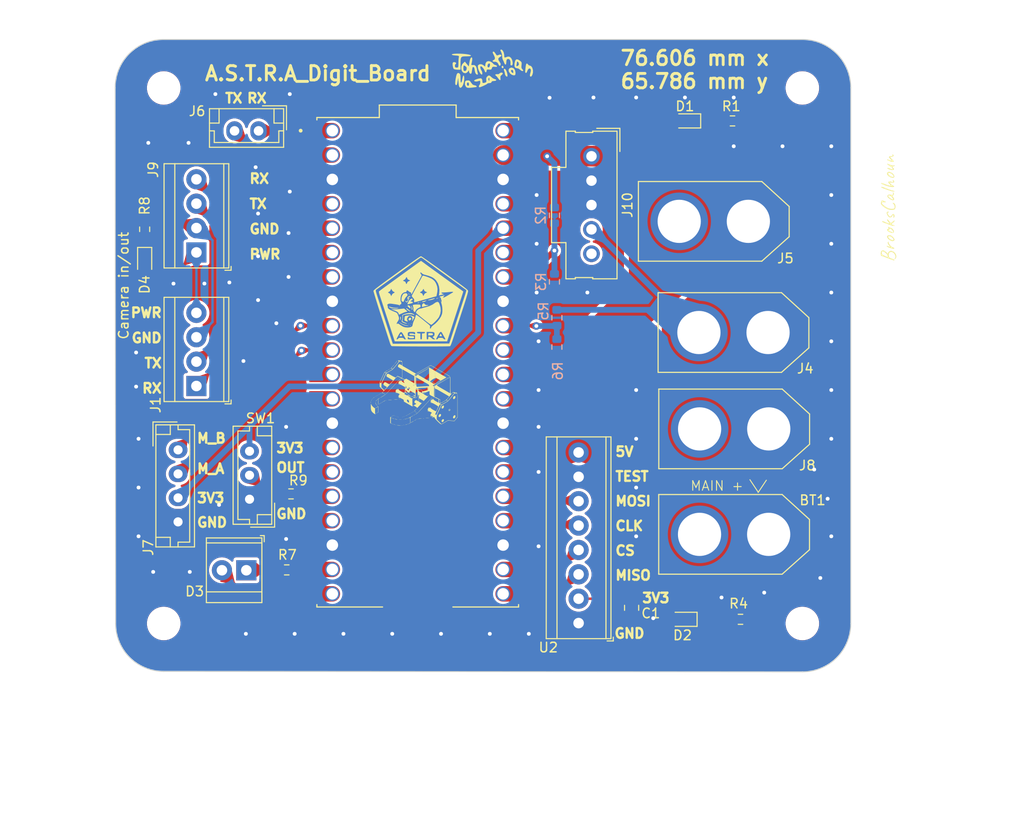
<source format=kicad_pcb>
(kicad_pcb (version 20221018) (generator pcbnew)
  (layers (0 "F.Cu" signal) (31 "B.Cu" signal) (34 "B.Paste" user) (35 "F.Paste" user) (36 "B.SilkS" user "B.Silkscreen") (37 "F.SilkS" user "F.Silkscreen") (38 "B.Mask" user) (39 "F.Mask" user) (44 "Edge.Cuts" user))
  (net 0 "")
  (net 1 "+BATT")
  (net 2 "GND")
  (net 3 "Net-(D1-K)")
  (net 4 "+5V")
  (net 5 "Net-(D2-K)")
  (net 6 "/ADC_5V")
  (net 7 "/ADC_BATT")
  (net 8 "/Slave_RXD")
  (net 9 "Net-(D3-K)")
  (net 10 "Net-(D4-K)")
  (net 11 "/Slave_TXD")
  (net 12 "/ExtraADC1")
  (net 13 "/Serial_PWR")
  (net 14 "/Mandible_chB")
  (net 15 "/Serial_GND")
  (net 16 "/Serial_TX")
  (net 17 "/Serial_RX")
  (net 18 "/b_en")
  (net 19 "/Mandible_chA")
  (net 20 "+3.3V")
  (net 21 "Net-(U2-VDD3V3)")
  (net 30 "/Mandible_MISO")
  (net 31 "/Mandible_CS")
  (net 32 "/Mandible_CLK")
  (net 33 "/Mandible_MOSI")
  (net 41 "unconnected-(U1-USB_SHIELD-PadA)")
  (net 52 "/Laser_GPIO15")
  (net 53 "Net-(U1-GP12)")
  (net 54 "/Switch_Signal")
  (footprint "TerminalBlock_TE-Connectivity:TerminalBlock_TE_282834-2_1x02_P2.54mm_Horizontal" (layer "F.Cu") (at 51.101329 90.25357 180)
    (fp_text reference "D3")
    (fp_text value "GuidanceLaser")
  )
  (footprint "LOGO" (layer "F.Cu") (at 68.5292 71.5772)
    (fp_text reference "G***" hide)
    (fp_text value "LOGO" hide)
  )
  (footprint "LED_SMD:LED_0603_1608Metric" (layer "F.Cu") (at 96.5534 95.3644 180)
    (fp_text reference "D2")
    (fp_text value "LED")
  )
  (footprint "LOGO" (layer "F.Cu") (at 117.729 53.086 90)
    (fp_text reference "G***" hide)
    (fp_text value "LOGO" hide)
  )
  (footprint "Capacitor_SMD:C_0805_2012Metric" (layer "F.Cu") (at 91.219421 94.165687 90)
    (fp_text reference "C1")
    (fp_text value "1uF")
  )
  (footprint "TerminalBlock_TE-Connectivity:TerminalBlock_TE_282834-8_1x08_P2.54mm_Horizontal" (layer "F.Cu") (at 85.7006 95.758 90)
    (fp_text reference "U2")
    (fp_text value "Mandible")
  )
  (footprint "Connector_AMASS:AMASS_XT60-F_1x02_P7.20mm_Vertical" (layer "F.Cu") (at 103.378 53.8988 180)
    (fp_text reference "J5")
    (fp_text value "5V")
  )
  (footprint "SC0915:MODULE_SC0915" (layer "F.Cu") (at 68.9484 68.58)
    (fp_text reference "U1")
    (fp_text value "SC0915")
  )
  (footprint "Resistor_SMD:R_0603_1608Metric" (layer "F.Cu") (at 55.308 90.214125)
    (fp_text reference "R7")
    (fp_text value "400")
  )
  (footprint "Resistor_SMD:R_0603_1608Metric" (layer "F.Cu") (at 101.727 43.434)
    (fp_text reference "R1")
    (fp_text value "180")
  )
  (footprint "Resistor_SMD:R_0603_1608Metric" (layer "F.Cu") (at 55.753 82.296 180)
    (fp_text reference "R9")
    (fp_text value "6k")
  )
  (footprint "MountingHole:MountingHole_3mm" (layer "F.Cu") (at 42.5 40)
    (fp_text reference "H1")
    (fp_text value "MountingHole" hide)
  )
  (footprint "Connector_AMASS:AMASS_XT60-F_1x02_P7.20mm_Vertical" (layer "F.Cu") (at 105.501249 75.524671 180)
    (fp_text reference "J8")
    (fp_text value "Core_Hex_PW")
  )
  (footprint "Connector_JST:JST_EH_B4B-EH-A_1x04_P2.50mm_Vertical" (layer "F.Cu") (at 43.9928 77.7122 -90)
    (fp_text reference "J7")
    (fp_text value "Core_Hex_sig")
  )
  (footprint "Signature:johnathanNazario" (layer "F.Cu") (at 76.708 38.1)
    (fp_text reference "G***" hide)
    (fp_text value "LOGO" hide)
  )
  (footprint "Resistor_SMD:R_0603_1608Metric" (layer "F.Cu") (at 102.5584 95.3644)
    (fp_text reference "R4")
    (fp_text value "3.3k")
  )
  (footprint "LOGO" (layer "F.Cu") (at 68.9356 62.1284)
    (fp_text reference "G***" hide)
    (fp_text value "LOGO" hide)
  )
  (footprint "Connector_Molex:Molex_SL_171971-0005_1x05_P2.54mm_Vertical" (layer "F.Cu") (at 87.0412 47.117 -90)
    (fp_text reference "J10")
    (fp_text value "D24V22F5")
  )
  (footprint "TerminalBlock_TE-Connectivity:TerminalBlock_TE_282834-4_1x04_P2.54mm_Horizontal" (layer "F.Cu") (at 45.903462 57.136239 90)
    (fp_text reference "J9")
    (fp_text value "Camera_Output")
  )
  (footprint "Connector_AMASS:AMASS_XT60-F_1x02_P7.20mm_Vertical" (layer "F.Cu") (at 105.493 86.5124 180)
    (fp_text reference "BT1")
    (fp_text value "Battery Connector")
  )
  (footprint "MountingHole:MountingHole_3mm" (layer "F.Cu") (at 42.5 95.8)
    (fp_text reference "H4")
    (fp_text value "MountingHole" hide)
  )
  (footprint "Connector_JST:JST_EH_B3B-EH-A_1x03_P2.50mm_Vertical" (layer "F.Cu") (at 51.435 82.851 90)
    (fp_text reference "SW1")
    (fp_text value "LimitSwitch")
  )
  (footprint "Resistor_SMD:R_0603_1608Metric" (layer "F.Cu") (at 40.514 54.7238 -90)
    (fp_text reference "R8")
    (fp_text value "180")
  )
  (footprint "MountingHole:MountingHole_3mm" (layer "F.Cu") (at 109 40)
    (fp_text reference "H2")
    (fp_text value "MountingHole" hide)
  )
  (footprint "LED_SMD:LED_0603_1608Metric" (layer "F.Cu") (at 40.514 58.1 -90)
    (fp_text reference "D4")
    (fp_text value "LED")
  )
  (footprint "Connector_AMASS:AMASS_XT60-F_1x02_P7.20mm_Vertical" (layer "F.Cu") (at 105.4286 65.4812 180)
    (fp_text reference "J4")
    (fp_text value "Batt")
  )
  (footprint "MountingHole:MountingHole_3mm" (layer "F.Cu") (at 109 95.8)
    (fp_text reference "H3")
    (fp_text value "MountingHole" hide)
  )
  (footprint "Connector_JST:JST_EH_B2B-EH-A_1x02_P2.50mm_Vertical" (layer "F.Cu") (at 52.373178 44.47126 180)
    (fp_text reference "J6")
    (fp_text value "Slave_UART")
  )
  (footprint "TerminalBlock_TE-Connectivity:TerminalBlock_TE_282834-4_1x04_P2.54mm_Horizontal" (layer "F.Cu") (at 45.903462 71.055439 90)
    (fp_text reference "J1")
    (fp_text value "Camera_Input")
  )
  (footprint "LED_SMD:LED_0603_1608Metric" (layer "F.Cu") (at 96.9265 43.434 180)
    (fp_text reference "D1")
    (fp_text value "LED")
  )
  (footprint "Resistor_SMD:R_0603_1608Metric" (layer "B.Cu") (at 83.439 63.944 -90)
    (fp_text reference "R5")
    (fp_text value "10k")
  )
  (footprint "Resistor_SMD:R_0603_1608Metric" (layer "B.Cu") (at 83.185 53.276 -90)
    (fp_text reference "R2")
    (fp_text value "10k")
  )
  (footprint "Resistor_SMD:R_0603_1608Metric" (layer "B.Cu") (at 83.185 60.198 -90)
    (fp_text reference "R3")
    (fp_text value "10k")
  )
  (footprint "Resistor_SMD:R_0603_1608Metric" (layer "B.Cu") (at 83.439 66.992 -90)
    (fp_text reference "R6")
    (fp_text value "10k")
  )
  (gr_line (start 114.046 39.9796) (end 114.046 95.8088) (stroke (width 0.1)) (layer "Edge.Cuts"))
  (gr_arc (start 37.4396 39.9796) (mid 38.912619 36.423419) (end 42.4688 34.9504) (stroke (width 0.1)) (layer "Edge.Cuts"))
  (gr_line (start 37.4396 39.9796) (end 37.4904 95.8088) (stroke (width 0.1)) (layer "Edge.Cuts"))
  (gr_line (start 42.4688 34.9504) (end 109.0168 34.9504) (stroke (width 0.1)) (layer "Edge.Cuts"))
  (gr_arc (start 42.4688 100.7872) (mid 38.94854 99.32906) (end 37.4904 95.8088) (stroke (width 0.1)) (layer "Edge.Cuts"))
  (gr_arc (start 109.0168 34.9504) (mid 112.572981 36.423419) (end 114.046 39.9796) (stroke (width 0.1)) (layer "Edge.Cuts"))
  (gr_line (start 109.0168 100.838) (end 42.4688 100.7872) (stroke (width 0.1)) (layer "Edge.Cuts"))
  (gr_arc (start 114.046 95.8088) (mid 112.572981 99.364981) (end 109.0168 100.838) (stroke (width 0.1)) (layer "Edge.Cuts"))
  (gr_text "TEST" (at 89.408 81.062285) (layer "F.SilkS") (effects (font (size 1 1) (thickness 0.25) bold) (justify left bottom)))
  (gr_text "3V3" (at 45.847 83.312) (layer "F.SilkS") (effects (font (size 1 1) (thickness 0.25) bold) (justify left bottom)))
  (gr_text "PWR" (at 38.941524 64.008) (layer "F.SilkS") (effects (font (size 1 1) (thickness 0.25) bold) (justify left bottom)))
  (gr_text "TX" (at 51.308 52.662668) (layer "F.SilkS") (effects (font (size 1 1) (thickness 0.25) bold) (justify left bottom)))
  (gr_text "3V3" (at 54.102 78.105) (layer "F.SilkS") (effects (font (size 1 1) (thickness 0.25) bold) (justify left bottom)))
  (gr_text "A.S.T.R.A_Digit_Board" (at 46.6344 39.37) (layer "F.SilkS") (effects (font (size 1.5 1.5) (thickness 0.3) bold) (justify left bottom)))
  (gr_text "PWR" (at 51.308 57.912) (layer "F.SilkS") (effects (font (size 1 1) (thickness 0.25) bold) (justify left bottom)))
  (gr_text "GND" (at 89.3106 97.418) (layer "F.SilkS") (effects (font (size 1 1) (thickness 0.25) bold) (justify left bottom)))
  (gr_text "GND" (at 51.308 55.287334) (layer "F.SilkS") (effects (font (size 1 1) (thickness 0.25) bold) (justify left bottom)))
  (gr_text "M_A" (at 45.847 80.264) (layer "F.SilkS") (effects (font (size 1 1) (thickness 0.25) bold) (justify left bottom)))
  (gr_text "GND" (at 54.102 84.963) (layer "F.SilkS") (effects (font (size 1 1) (thickness 0.25) bold) (justify left bottom)))
  (gr_text "RX" (at 51.054 41.656) (layer "F.SilkS") (effects (font (size 1 1) (thickness 0.25) bold) (justify left bottom)))
  (gr_text "GND" (at 45.847 85.852) (layer "F.SilkS") (effects (font (size 1 1) (thickness 0.25) bold) (justify left bottom)))
  (gr_text "RX" (at 40.132 71.882) (layer "F.SilkS") (effects (font (size 1 1) (thickness 0.25) bold) (justify left bottom)))
  (gr_text "CLK" (at 89.408 86.214855) (layer "F.SilkS") (effects (font (size 1 1) (thickness 0.25) bold) (justify left bottom)))
  (gr_text "RX" (at 51.308 50.038) (layer "F.SilkS") (effects (font (size 1 1) (thickness 0.25) bold) (justify left bottom)))
  (gr_text "MAIN + \\/" (at 97.282 82.042) (layer "F.SilkS") (effects (font (size 1 1) (thickness 0.1)) (justify left bottom)))
  (gr_text "3V3" (at 92.202 93.726) (layer "F.SilkS") (effects (font (size 1 1) (thickness 0.25) bold) (justify left bottom)))
  (gr_text "76.606 mm x\n65.786 mm y" (at 89.916 40.1828) (layer "F.SilkS") (effects (font (size 1.5 1.5) (thickness 0.3) bold) (justify left bottom)))
  (gr_text "TX" (at 40.370095 69.257332) (layer "F.SilkS") (effects (font (size 1 1) (thickness 0.25) bold) (justify left bottom)))
  (gr_text "TX" (at 48.768 41.656) (layer "F.SilkS") (effects (font (size 1 1) (thickness 0.25) bold) (justify left bottom)))
  (gr_text "5V" (at 89.408 78.486) (layer "F.SilkS") (effects (font (size 1 1) (thickness 0.25) bold) (justify left bottom)))
  (gr_text "Camera in/out" (at 38.9128 66.294 90) (layer "F.SilkS") (effects (font (size 1 1)) (justify left bottom)))
  (gr_text "MOSI" (at 89.408 83.63857) (layer "F.SilkS") (effects (font (size 1 1) (thickness 0.25) bold) (justify left bottom)))
  (gr_text "MISO" (at 89.408 91.367425) (layer "F.SilkS") (effects (font (size 1 1) (thickness 0.25) bold) (justify left bottom)))
  (gr_text "GND" (at 39.036762 66.632666) (layer "F.SilkS") (effects (font (size 1 1) (thickness 0.25) bold) (justify left bottom)))
  (gr_text "CS" (at 89.408 88.79114) (layer "F.SilkS") (effects (font (size 1 1) (thickness 0.25) bold) (justify left bottom)))
  (gr_text "M_B" (at 45.847 77.089) (layer "F.SilkS") (effects (font (size 1 1) (thickness 0.25) bold) (justify left bottom)))
  (gr_text "OUT" (at 54.102 80.137) (layer "F.SilkS") (effects (font (size 1 1) (thickness 0.25) bold) (justify left bottom)))
  (segment (start 95.7659 90.9193) (end 95.7707 90.9193) (width 0.25) (layer "F.Cu") (net 1))
  (segment (start 95.7707 90.9193) (end 98.044 88.646) (width 0.25) (layer "F.Cu") (net 1))
  (segment (start 95.7659 95.3644) (end 95.7659 90.9193) (width 0.25) (layer "F.Cu") (net 1))
  (segment (start 97.9932 65.4812) (end 98.2286 65.4812) (width 0.6) (layer "B.Cu") (net 1))
  (segment (start 95.631001 63.119) (end 83.439 63.119) (width 0.6) (layer "B.Cu") (net 1))
  (segment (start 87.249 54.737) (end 95.504 62.992) (width 0.6) (layer "B.Cu") (net 1))
  (segment (start 95.780685 63.268684) (end 95.631001 63.119) (width 0.6) (layer "B.Cu") (net 1))
  (segment (start 87.122 54.737) (end 87.249 54.737) (width 0.6) (layer "B.Cu") (net 1))
  (segment (start 95.504 62.992) (end 97.9932 65.4812) (width 0.6) (layer "B.Cu") (net 1))
  (via (at 112.014 76.5556) (size 0.8) (drill 0.4) (layers "F.Cu" "B.Cu") (net 2))
  (via (at 112.014 46.0756) (size 0.8) (drill 0.4) (layers "F.Cu" "B.Cu") (net 2))
  (via (at 105.029 92.583) (size 0.8) (drill 0.4) (layers "F.Cu" "B.Cu") (net 2))
  (via (at 50.8 68.453) (size 0.8) (drill 0.4) (layers "F.Cu" "B.Cu") (net 2))
  (via (at 66.294 96.8756) (size 0.8) (drill 0.4) (layers "F.Cu" "B.Cu") (net 2))
  (via (at 112.014 51.1556) (size 0.8) (drill 0.4) (layers "F.Cu" "B.Cu") (net 2))
  (via (at 87.249 40.9956) (size 0.8) (drill 0.4) (layers "F.Cu" "B.Cu") (net 2))
  (via (at 110.236 79.756) (size 0.8) (drill 0.4) (layers "F.Cu" "B.Cu") (net 2))
  (via (at 48.26 83.439) (size 0.8) (drill 0.4) (layers "F.Cu" "B.Cu") (net 2))
  (via (at 93.472 95.25) (size 0.8) (drill 0.4) (layers "F.Cu" "B.Cu") (net 2))
  (via (at 41.402 90.424) (size 0.8) (drill 0.4) (layers "F.Cu" "B.Cu") (net 2))
  (via (at 81.534 75.311) (size 0.8) (drill 0.4) (layers "F.Cu" "B.Cu") (net 2))
  (via (at 76.454 96.8756) (size 0.8) (drill 0.4) (layers "F.Cu" "B.Cu") (net 2))
  (via (at 54.229 64.516) (size 0.8) (drill 0.4) (layers "F.Cu" "B.Cu") (net 2))
  (via (at 112.014 61.3156) (size 0.8) (drill 0.4) (layers "F.Cu" "B.Cu") (net 2))
  (via (at 112.014 86.7156) (size 0.8) (drill 0.4) (layers "F.Cu" "B.Cu") (net 2))
  (via (at 101.854 46.0756) (size 0.8) (drill 0.4) (layers "F.Cu" "B.Cu") (net 2))
  (via (at 81.534 66.3956) (size 0.8) (drill 0.4) (layers "F.Cu" "B.Cu") (net 2))
  (via (at 46.736 60.381439) (size 0.8) (drill 0.4) (layers "F.Cu" "B.Cu") (net 2))
  (via (at 61.214 96.8756) (size 0.8) (drill 0.4) (layers "F.Cu" "B.Cu") (net 2))
  (via (at 91.694 71.4756) (size 0.8) (drill 0.4) (layers "F.Cu" "B.Cu") (net 2))
  (via (at 52.324 57.531) (size 0.8) (drill 0.4) (layers "F.Cu" "B.Cu") (net 2))
  (via (at 55.626 50.8) (size 0.8) (drill 0.4) (layers "F.Cu" "B.Cu") (net 2))
  (via (at 91.694 86.7156) (size 0.8) (drill 0.4) (layers "F.Cu" "B.Cu") (net 2))
  (via (at 55.626 40.64) (size 0.8) (drill 0.4) (layers "F.Cu" "B.Cu") (net 2))
  (via (at 82.677 41.021) (size 0.8) (drill 0.4) (layers "F.Cu" "B.Cu") (net 2))
  (via (at 45.212 90.424) (size 0.8) (drill 0.4) (layers "F.Cu" "B.Cu") (net 2))
  (via (at 39.624 71.12) (size 0.8) (drill 0.4) (layers "F.Cu" "B.Cu") (net 2))
  (via (at 52.07 48.26) (size 0.8) (drill 0.4) (layers "F.Cu" "B.Cu") (net 2))
  (via (at 81.534 80.01) (size 0.8) (drill 0.4) (layers "F.Cu" "B.Cu") (net 2))
  (via (at 45.085 45.72) (size 0.8) (drill 0.4) (layers "F.Cu" "B.Cu") (net 2))
  (via (at 40.894 45.72) (size 0.8) (drill 0.4) (layers "F.Cu" "B.Cu") (net 2))
  (via (at 81.3308 51.1556) (size 0.8) (drill 0.4) (layers "F.Cu" "B.Cu") (net 2))
  (via (at 80.518 96.8756) (size 0.8) (drill 0.4) (layers "F.Cu" "B.Cu") (net 2))
  (via (at 52.324 62.103) (size 0.8) (drill 0.4) (layers "F.Cu" "B.Cu") (net 2))
  (via (at 112.014 71.4756) (size 0.8) (drill 0.4) (layers "F.Cu" "B.Cu") (net 2))
  (via (at 101.854 40.9956) (size 0.8) (drill 0.4) (layers "F.Cu" "B.Cu") (net 2))
  (via (at 56.134 96.8756) (size 0.8) (drill 0.4) (layers "F.Cu" "B.Cu") (net 2))
  (via (at 110.871 91.059) (size 0.8) (drill 0.4) (layers "F.Cu" "B.Cu") (net 2))
  (via (at 55.245 75.311) (size 0.8) (drill 0.4) (layers "F.Cu" "B.Cu") (net 2))
  (via (at 43.515862 60.387439) (size 0.8) (drill 0.4) (layers "F.Cu" "B.Cu") (net 2))
  (via (at 52.324 53.086) (size 0.8) (drill 0.4) (layers "F.Cu" "B.Cu") (net 2))
  (via (at 91.694 76.5556) (size 0.8) (drill 0.4) (layers "F.Cu" "B.Cu") (net 2))
  (via (at 106.934 46.0756) (size 0.8) (drill 0.4) (layers "F.Cu" "B.Cu") (net 2))
  (via (at 112.014 56.2356) (size 0.8) (drill 0.4) (layers "F.Cu" "B.Cu") (net 2))
  (via (at 51.054 96.8756) (size 0.8) (drill 0.4) (layers "F.Cu" "B.Cu") (net 2))
  (via (at 55.245 86.995) (size 0.8) (drill 0.4) (layers "F.Cu" "B.Cu") (net 2))
  (via (at 111.633 82.804) (size 0.8) (drill 0.4) (layers "F.Cu" "B.Cu") (net 2))
  (via (at 91.694 40.9956) (size 0.8) (drill 0.4) (layers "F.Cu" "B.Cu") (net 2))
  (via (at 112.014 66.3956) (size 0.8) (drill 0.4) (layers "F.Cu" "B.Cu") (net 2))
  (via (at 39.878 86.7156) (size 0.8) (drill 0.4) (layers "F.Cu" "B.Cu") (net 2))
  (via (at 81.534 71.4756) (size 0.8) (drill 0.4) (layers "F.Cu" "B.Cu") (net 2))
  (via (at 96.774 40.9956) (size 0.8) (drill 0.4) (layers "F.Cu" "B.Cu") (net 2))
  (via (at 100.584 93.091) (size 0.8) (drill 0.4) (layers "F.Cu" "B.Cu") (net 2))
  (via (at 49.334017 60.267979) (size 0.8) (drill 0.4) (layers "F.Cu" "B.Cu") (net 2))
  (via (at 39.624 67.564) (size 0.8) (drill 0.4) (layers "F.Cu" "B.Cu") (net 2))
  (via (at 81.534 87.757) (size 0.8) (drill 0.4) (layers "F.Cu" "B.Cu") (net 2))
  (via (at 91.694 81.6356) (size 0.8) (drill 0.4) (layers "F.Cu" "B.Cu") (net 2))
  (via (at 81.3308 61.3156) (size 0.8) (drill 0.4) (layers "F.Cu" "B.Cu") (net 2))
  (via (at 55.499 55.118) (size 0.8) (drill 0.4) (layers "F.Cu" "B.Cu") (net 2))
  (via (at 55.499 59.69) (size 0.8) (drill 0.4) (layers "F.Cu" "B.Cu") (net 2))
  (via (at 47.879 40.64) (size 0.8) (drill 0.4) (layers "F.Cu" "B.Cu") (net 2))
  (via (at 86.614 61.3156) (size 0.8) (drill 0.4) (layers "F.Cu" "B.Cu") (net 2))
  (via (at 39.878 81.6356) (size 0.8) (drill 0.4) (layers "F.Cu" "B.Cu") (net 2))
  (via (at 71.374 96.8756) (size 0.8) (drill 0.4) (layers "F.Cu" "B.Cu") (net 2))
  (via (at 39.878 76.5556) (size 0.8) (drill 0.4) (layers "F.Cu" "B.Cu") (net 2))
  (via (at 81.3308 56.2356) (size 0.8) (drill 0.4) (layers "F.Cu" "B.Cu") (net 2))
  (segment (start 97.714 43.434) (end 100.902 43.434) (width 0.25) (layer "F.Cu") (net 3))
  (segment (start 96.178 43.473) (end 96.139 43.434) (width 0.25) (layer "F.Cu") (net 4))
  (segment (start 96.178 53.8988) (end 96.178 43.473) (width 0.25) (layer "F.Cu") (net 4))
  (via (at 82.423 47.117) (size 0.8) (drill 0.4) (layers "F.Cu" "B.Cu") (net 4))
  (segment (start 83.185 47.879) (end 83.185 52.451) (width 0.6) (layer "B.Cu") (net 4))
  (segment (start 82.423 47.117) (end 83.185 47.879) (width 0.6) (layer "B.Cu") (net 4))
  (segment (start 101.7334 95.3644) (end 97.3409 95.3644) (width 0.25) (layer "F.Cu") (net 5))
  (segment (start 83.185 56.941) (end 80.436 59.69) (width 0.6) (layer "F.Cu") (net 6))
  (segment (start 80.436 59.69) (end 78.6384 59.69) (width 0.6) (layer "F.Cu") (net 6))
  (via (at 83.185 56.941) (size 0.8) (drill 0.4) (layers "F.Cu" "B.Cu") (net 6))
  (segment (start 83.185 59.373) (end 83.185 56.941) (width 0.6) (layer "B.Cu") (net 6))
  (segment (start 83.185 56.941) (end 83.185 54.101) (width 0.6) (layer "B.Cu") (net 6))
  (segment (start 81.3 64.8) (end 81.27 64.77) (width 0.25) (layer "F.Cu") (net 7))
  (segment (start 81.27 64.77) (end 78.6384 64.77) (width 0.25) (layer "F.Cu") (net 7))
  (via (at 81.3 64.8) (size 0.8) (drill 0.4) (layers "F.Cu" "B.Cu") (net 7))
  (segment (start 83.439 66.167) (end 83.439 64.769) (width 0.6) (layer "B.Cu") (net 7))
  (segment (start 81.3 64.8) (end 83.408 64.8) (width 0.6) (layer "B.Cu") (net 7))
  (segment (start 52.373178 44.47126) (end 60.035178 44.47126) (width 0.25) (layer "F.Cu") (net 8))
  (segment (start 59.8544 44.246) (end 60.0584 44.45) (width 0.25) (layer "F.Cu") (net 8))
  (segment (start 51.177529 90.23897) (end 54.458155 90.23897) (width 0.25) (layer "F.Cu") (net 9))
  (segment (start 54.458155 90.23897) (end 54.483 90.214125) (width 0.25) (layer "F.Cu") (net 9))
  (segment (start 40.514 57.3125) (end 40.514 55.5488) (width 0.25) (layer "F.Cu") (net 10))
  (segment (start 52.4364 46.99) (end 60.0584 46.99) (width 0.25) (layer "F.Cu") (net 11))
  (segment (start 49.873178 44.47126) (end 49.91766 44.47126) (width 0.25) (layer "F.Cu") (net 11))
  (segment (start 49.91766 44.47126) (end 52.4364 46.99) (width 0.25) (layer "F.Cu") (net 11))
  (segment (start 45.903062 57.135839) (end 45.903462 57.136239) (width 0.25) (layer "F.Cu") (net 13))
  (segment (start 40.514 58.8875) (end 44.152201 58.8875) (width 0.25) (layer "F.Cu") (net 13))
  (segment (start 44.152201 58.8875) (end 45.903462 57.136239) (width 0.25) (layer "F.Cu") (net 13))
  (segment (start 45.903462 57.135839) (end 45.903062 57.135839) (width 0.25) (layer "F.Cu") (net 13))
  (segment (start 45.903462 57.136239) (end 45.903462 63.555439) (width 0.25) (layer "B.Cu") (net 13))
  (segment (start 56.691921 64.808856) (end 43.915721 77.585056) (width 0.25) (layer "F.Cu") (net 14))
  (segment (start 59.2584 64.77) (end 56.7436 64.77) (width 0.25) (layer "F.Cu") (net 14))
  (via (at 56.7436 64.77) (size 0.8) (drill 0.4) (layers "F.Cu" "B.Cu") (net 14))
  (segment (start 40.514 53.8988) (end 45.2628 53.8988) (width 0.25) (layer "F.Cu") (net 15))
  (segment (start 45.2628 53.8988) (end 45.974 54.61) (width 0.25) (layer "F.Cu") (net 15))
  (segment (start 45.903462 54.596239) (end 46.296101 54.596239) (width 0.25) (layer "B.Cu") (net 15))
  (segment (start 47.579862 64.379039) (end 45.903462 66.055439) (width 0.25) (layer "B.Cu") (net 15))
  (segment (start 46.296101 54.596239) (end 47.579862 55.88) (width 0.25) (layer "B.Cu") (net 15))
  (segment (start 45.903462 54.636239) (end 45.903462 54.596239) (width 0.25) (layer "B.Cu") (net 15))
  (segment (start 47.579862 55.88) (end 47.579862 64.379039) (width 0.25) (layer "B.Cu") (net 15))
  (segment (start 48.421862 54.654639) (end 48.421862 66.037039) (width 0.25) (layer "F.Cu") (net 16))
  (segment (start 45.874262 52.165439) (end 45.903462 52.136239) (width 0.25) (layer "F.Cu") (net 16))
  (segment (start 45.903462 52.136239) (end 48.421862 54.654639) (width 0.25) (layer "F.Cu") (net 16))
  (segment (start 48.421862 66.037039) (end 45.903462 68.555439) (width 0.25) (layer "F.Cu") (net 16))
  (segment (start 50.221862 66.737039) (end 45.903462 71.055439) (width 0.25) (layer "F.Cu") (net 17))
  (segment (start 50.221862 53.954639) (end 50.221862 66.737039) (width 0.25) (layer "F.Cu") (net 17))
  (segment (start 45.903462 49.636239) (end 50.221862 53.954639) (width 0.25) (layer "F.Cu") (net 17))
  (segment (start 56.8452 67.3598) (end 43.9928 80.2122) (width 0.25) (layer "F.Cu") (net 19))
  (segment (start 59.2584 67.31) (end 56.896 67.31) (width 0.25) (layer "F.Cu") (net 19))
  (segment (start 56.896 67.31) (end 56.8452 67.3608) (width 0.25) (layer "F.Cu") (net 19))
  (via (at 56.8452 67.3608) (size 0.8) (drill 0.4) (layers "F.Cu" "B.Cu") (net 19))
  (segment (start 55.605 71.1) (end 69.616 71.1) (width 0.6) (layer "B.Cu") (net 20))
  (segment (start 77.6142 54.61) (end 77.8384 54.61) (width 0.6) (layer "B.Cu") (net 20))
  (segment (start 51.435 75.27) (end 55.605 71.1) (width 0.6) (layer "B.Cu") (net 20))
  (segment (start 51.435 75.27) (end 43.9928 82.7122) (width 0.6) (layer "B.Cu") (net 20))
  (segment (start 75.2474 65.4686) (end 75.2474 56.9768) (width 0.6) (layer "B.Cu") (net 20))
  (segment (start 69.616 71.1) (end 75.2474 65.4686) (width 0.6) (layer "B.Cu") (net 20))
  (segment (start 75.2474 56.9768) (end 77.6142 54.61) (width 0.6) (layer "B.Cu") (net 20))
  (segment (start 51.435 77.851) (end 51.435 75.27) (width 0.6) (layer "B.Cu") (net 20))
  (segment (start 85.7006 93.218) (end 91.312999 93.218) (width 0.25) (layer "F.Cu") (net 21))
  (segment (start 83.5152 92.71) (end 85.6996 90.5256) (width 0.25) (layer "F.Cu") (net 30))
  (segment (start 78.6384 92.71) (end 83.5152 92.71) (width 0.25) (layer "F.Cu") (net 30))
  (segment (start 83.5552 90.17) (end 85.6996 88.0256) (width 0.25) (layer "F.Cu") (net 31))
  (segment (start 78.6384 90.17) (end 83.5552 90.17) (width 0.25) (layer "F.Cu") (net 31))
  (segment (start 79.0484 85.5) (end 85.674 85.5) (width 0.25) (layer "F.Cu") (net 32))
  (segment (start 78.6384 85.09) (end 79.0484 85.5) (width 0.25) (layer "F.Cu") (net 32))
  (segment (start 85.674 85.5) (end 85.6996 85.5256) (width 0.25) (layer "F.Cu") (net 32))
  (segment (start 79.0884 83) (end 85.674 83) (width 0.25) (layer "F.Cu") (net 33))
  (segment (start 78.6384 82.55) (end 79.0884 83) (width 0.25) (layer "F.Cu") (net 33))
  (segment (start 85.674 83) (end 85.6996 83.0256) (width 0.25) (layer "F.Cu") (net 33))
  (segment (start 71.6734 44.23) (end 71.6734 44.58) (width 0.25) (layer "F.Cu") (net 41))
  (segment (start 66.2234 44.23) (end 67.2484 43.205) (width 0.25) (layer "F.Cu") (net 41))
  (segment (start 67.2484 43.205) (end 70.6484 43.205) (width 0.25) (layer "F.Cu") (net 41))
  (segment (start 66.2234 47.31) (end 66.5234 47.61) (width 0.25) (layer "F.Cu") (net 41))
  (segment (start 66.2234 44.58) (end 66.2234 44.23) (width 0.25) (layer "F.Cu") (net 41))
  (segment (start 71.3734 47.61) (end 71.3734 44.88) (width 0.25) (layer "F.Cu") (net 41))
  (segment (start 66.2234 44.58) (end 66.2234 47.31) (width 0.25) (layer "F.Cu") (net 41))
  (segment (start 70.6484 43.205) (end 71.6734 44.23) (width 0.25) (layer "F.Cu") (net 41))
  (segment (start 71.3734 44.88) (end 71.6734 44.58) (width 0.25) (layer "F.Cu") (net 41))
  (segment (start 50.927 92.71) (end 48.561329 90.344329) (width 0.25) (layer "F.Cu") (net 52))
  (segment (start 60.0584 92.71) (end 50.927 92.71) (width 0.25) (layer "F.Cu") (net 52))
  (segment (start 56.578 82.296) (end 59.8044 82.296) (width 0.25) (layer "F.Cu") (net 53))
  (segment (start 59.8044 82.296) (end 60.0584 82.55) (width 0.25) (layer "F.Cu") (net 53))
  (segment (start 54.61 82.296) (end 53.38 82.296) (width 0.25) (layer "F.Cu") (net 54))
  (segment (start 53.38 82.296) (end 51.435 80.351) (width 0.25) (layer "F.Cu") (net 54))
  (zone (net 3) (net_name "Net-(D1-K)") (layer "F.Cu") (name "$teardrop_padvia$") (priority 4) (connect_pads yes (clearance 0)) (min_thickness 0.0254) (fill yes (thermal_gap 0.5) (thermal_bridge_width 0.5) (island_removal_mode 1) (island_area_min 10))
    (polygon (pts (xy 97.943893 42.958473) (xy 98.425 43.307) (xy 98.425 43.561) (xy 97.958524 43.894895)))
  )
  (zone (net 54) (net_name "/Switch_Signal") (layer "F.Cu") (name "$teardrop_padvia$") (priority 6) (connect_pads yes (clearance 0)) (min_thickness 0.0254) (fill yes (thermal_gap 0.5) (thermal_bridge_width 0.5) (island_removal_mode 1) (island_area_min 10))
    (polygon (pts (xy 52.402209 80.195745) (xy 51.562 80.137) (xy 51.181 80.391) (xy 51.054 81.173) (xy 52.451 81.534) (xy 52.624481 81.377583)))
  )
  (zone (net 4) (net_name "+5V") (layer "F.Cu") (name "$teardrop_padvia$") (priority 3) (connect_pads yes (clearance 0)) (min_thickness 0.0254) (fill yes (thermal_gap 0.5) (thermal_bridge_width 0.5) (island_removal_mode 1) (island_area_min 10))
    (polygon (pts (xy 96.054956 44.310837) (xy 95.709051 43.791979) (xy 96.012 43.561) (xy 96.393 43.561) (xy 96.52 43.815) (xy 96.298662 44.310837)))
  )
  (zone (net 1) (net_name "+BATT") (layer "F.Cu") (priority 1) (connect_pads yes (clearance 0.508)) (min_thickness 0.25) (fill yes (thermal_gap 0.5) (thermal_bridge_width 0.5) (smoothing fillet) (radius 1))
    (polygon (pts (xy 94.361 64.262) (xy 97.6122 61.276019) (xy 101.8514 61.3156) (xy 101.9234 90.6272) (xy 94.533853 90.711652)))
  )
  (zone (net 0) (net_name "") (layer "F.Cu") (name "$teardrop_padvia$") (connect_pads yes (clearance 0)) (min_thickness 0.0254)
    (keepout (tracks allowed) (vias allowed) (pads allowed) (copperpour not_allowed) (footprints allowed))
    (fill (thermal_gap 0.5) (thermal_bridge_width 0.5) (island_removal_mode 1) (island_area_min 10))
    (polygon (pts (xy 52.324 47.371) (xy 57.785 47.371) (xy 57.785 44.069) (xy 53.34 44.069) (xy 52.959 45.339) (xy 51.689 45.72)))
  )
  (zone (net 3) (net_name "Net-(D1-K)") (layer "F.Cu") (name "$teardrop_padvia$") (priority 5) (connect_pads yes (clearance 0)) (min_thickness 0.0254) (fill yes (thermal_gap 0.5) (thermal_bridge_width 0.5) (island_removal_mode 1) (island_area_min 10))
    (polygon (pts (xy 100.66479 42.962323) (xy 100.076 43.307) (xy 100.076 43.561) (xy 100.66479 43.905248) (xy 100.838 43.434)))
  )
  (zone (net 4) (net_name "+5V") (layer "F.Cu") (priority 2) (connect_pads yes (clearance 0.508)) (min_thickness 0.25) (fill yes (thermal_gap 0.5) (thermal_bridge_width 0.5) (smoothing fillet) (radius 1))
    (polygon (pts (xy 84.572486 46.011885) (xy 80.2788 45.9472) (xy 77.5788 45.9472) (xy 76.7788 46.518628) (xy 76.7788 47.475772) (xy 77.5788 48.0472) (xy 80.2788 48.0472) (xy 84.455 48.133) (xy 90.9528 48.26) (xy 90.932 60.198) (xy 87.2 63.9064) (xy 83.566 68.326) (xy 83.566 79.1718) (xy 88.138 79.1718) (xy 88.138 69.85) (xy 91.5 65.938677) (xy 99.7712 58.7248) (xy 99.843045 46.11268)))
  )
  (zone (net 53) (net_name "Net-(U1-GP12)") (layer "F.Cu") (name "$teardrop_padvia$") (priority 7) (connect_pads yes (clearance 0)) (min_thickness 0.0254) (fill yes (thermal_gap 0.5) (thermal_bridge_width 0.5) (island_removal_mode 1) (island_area_min 10))
    (polygon (pts (xy 57.531 82.169) (xy 56.805875 81.829823) (xy 56.515 82.296) (xy 56.798665 82.76352) (xy 57.531 82.423)))
  )
  (zone (net 2) (net_name "GND") (layers "F&B.Cu") (connect_pads yes (clearance 0.3)) (min_thickness 0.25) (fill yes (thermal_gap 0.5) (thermal_bridge_width 0.5) (smoothing fillet) (radius 1))
    (polygon (pts (xy 116.9416 30.8356) (xy 131.826 50.3428) (xy 132.08 116.2304) (xy 25.4508 116.4844) (xy 26.2128 30.8356)))
  )
)
</source>
